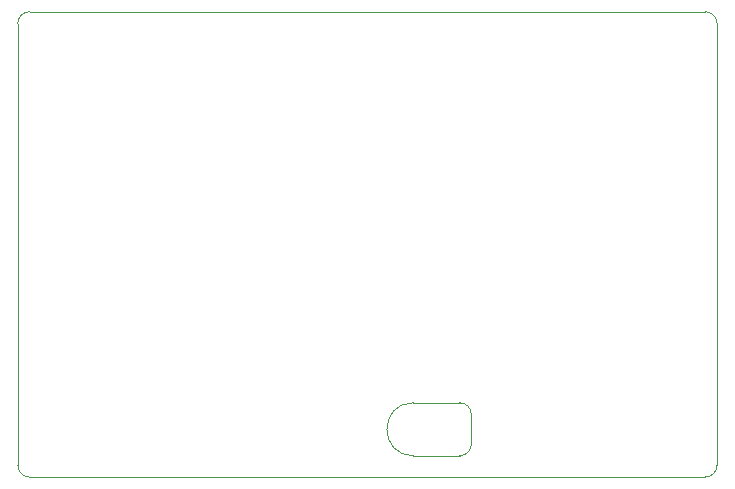
<source format=gbr>
%TF.GenerationSoftware,KiCad,Pcbnew,8.0.7*%
%TF.CreationDate,2025-01-23T23:10:58+01:00*%
%TF.ProjectId,scd30_esp,73636433-305f-4657-9370-2e6b69636164,rev?*%
%TF.SameCoordinates,Original*%
%TF.FileFunction,Profile,NP*%
%FSLAX46Y46*%
G04 Gerber Fmt 4.6, Leading zero omitted, Abs format (unit mm)*
G04 Created by KiCad (PCBNEW 8.0.7) date 2025-01-23 23:10:58*
%MOMM*%
%LPD*%
G01*
G04 APERTURE LIST*
%TA.AperFunction,Profile*%
%ADD10C,0.050000*%
%TD*%
G04 APERTURE END LIST*
D10*
X143000000Y-110600000D02*
X145900000Y-110600000D01*
X168700000Y-78500000D02*
X168700000Y-115900000D01*
X109500000Y-78500000D02*
G75*
G02*
X110500000Y-77500000I1000000J0D01*
G01*
X110500000Y-116900000D02*
G75*
G02*
X109500000Y-115900000I0J1000000D01*
G01*
X110500000Y-77500000D02*
X167700000Y-77500000D01*
X147900000Y-114100000D02*
G75*
G02*
X146900000Y-115100000I-1000000J0D01*
G01*
X145900000Y-115100000D02*
X143000000Y-115100000D01*
X143000000Y-115100000D02*
G75*
G02*
X143000000Y-110600000I0J2250000D01*
G01*
X167700000Y-116900000D02*
X110500000Y-116900000D01*
X147900000Y-114100000D02*
X147900000Y-111600000D01*
X109500000Y-115900000D02*
X109500000Y-78500000D01*
X146900000Y-110600000D02*
X145900000Y-110600000D01*
X145900000Y-115100000D02*
X146900000Y-115100000D01*
X168700000Y-115900000D02*
G75*
G02*
X167700000Y-116900000I-1000000J0D01*
G01*
X146900000Y-110600000D02*
G75*
G02*
X147900000Y-111600000I0J-1000000D01*
G01*
X167700000Y-77500000D02*
G75*
G02*
X168700000Y-78500000I0J-1000000D01*
G01*
M02*

</source>
